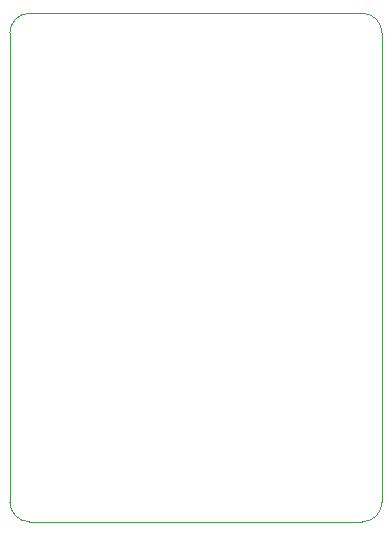
<source format=gbr>
%TF.GenerationSoftware,KiCad,Pcbnew,(6.0.8)*%
%TF.CreationDate,2023-06-01T04:28:43+02:00*%
%TF.ProjectId,BSPD-07,42535044-2d30-4372-9e6b-696361645f70,rev?*%
%TF.SameCoordinates,Original*%
%TF.FileFunction,Profile,NP*%
%FSLAX46Y46*%
G04 Gerber Fmt 4.6, Leading zero omitted, Abs format (unit mm)*
G04 Created by KiCad (PCBNEW (6.0.8)) date 2023-06-01 04:28:43*
%MOMM*%
%LPD*%
G01*
G04 APERTURE LIST*
%TA.AperFunction,Profile*%
%ADD10C,0.100000*%
%TD*%
G04 APERTURE END LIST*
D10*
X149958800Y-92811600D02*
G75*
G03*
X148307800Y-94462600I0J-1651000D01*
G01*
X179803800Y-94462600D02*
G75*
G03*
X178152800Y-92811600I-1651000J0D01*
G01*
X178152800Y-92811600D02*
X149958800Y-92811600D01*
X178152800Y-135851900D02*
G75*
G03*
X179803800Y-134200900I0J1651000D01*
G01*
X148307800Y-134200900D02*
G75*
G03*
X149958800Y-135851900I1651000J0D01*
G01*
X149958800Y-135851900D02*
X178152800Y-135851900D01*
X148307800Y-94462600D02*
X148307800Y-134200900D01*
X179803800Y-94462600D02*
X179803800Y-134200900D01*
M02*

</source>
